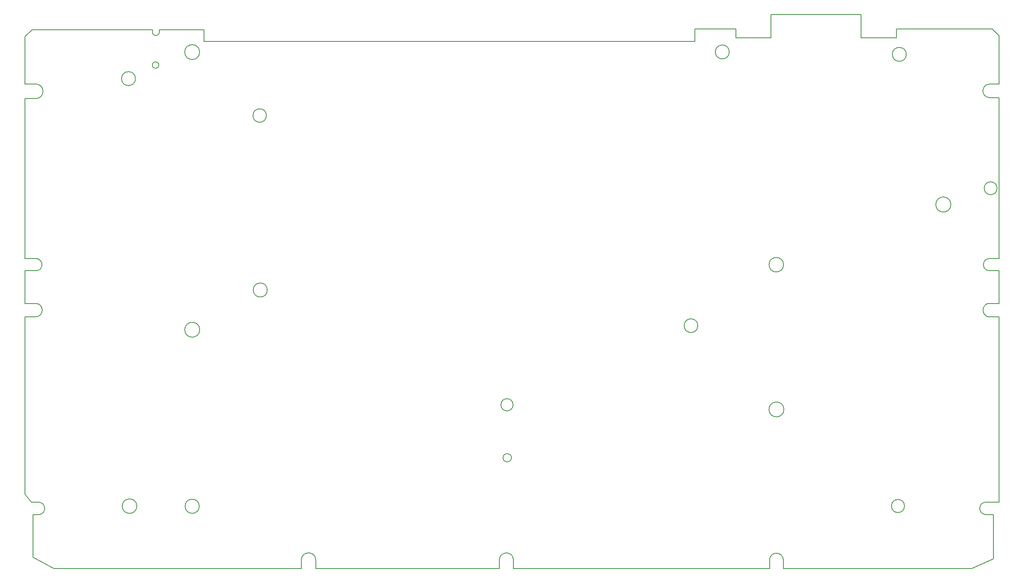
<source format=gbr>
%TF.GenerationSoftware,KiCad,Pcbnew,(5.99.0-9972-g9020611657)*%
%TF.CreationDate,2021-06-01T21:32:07-05:00*%
%TF.ProjectId,ti92revive,74693932-7265-4766-9976-652e6b696361,rev?*%
%TF.SameCoordinates,Original*%
%TF.FileFunction,Profile,NP*%
%FSLAX46Y46*%
G04 Gerber Fmt 4.6, Leading zero omitted, Abs format (unit mm)*
G04 Created by KiCad (PCBNEW (5.99.0-9972-g9020611657)) date 2021-06-01 21:32:07*
%MOMM*%
%LPD*%
G01*
G04 APERTURE LIST*
%TA.AperFunction,Profile*%
%ADD10C,0.200000*%
%TD*%
G04 APERTURE END LIST*
D10*
X89444787Y-40344488D02*
G75*
G03*
X89444787Y-40344488I-1566740J0D01*
G01*
X79511033Y-36156607D02*
X79511033Y-35679961D01*
X255606555Y-83823101D02*
X257689234Y-83823101D01*
X110846228Y-149119453D02*
X110846228Y-147163339D01*
X75949141Y-45931651D02*
G75*
G03*
X75949141Y-45931651I-1465743J0D01*
G01*
X209377281Y-147163340D02*
G75*
G02*
X212262719Y-147163339I1442719J-156660D01*
G01*
X209377282Y-149119453D02*
X209377282Y-147163339D01*
X54044910Y-135132346D02*
X55745854Y-135132346D01*
X152531859Y-149119453D02*
X152531859Y-147163339D01*
X155404122Y-114614030D02*
G75*
G03*
X155404122Y-114614030I-1278586J0D01*
G01*
X255331018Y-93260233D02*
X257689234Y-93260233D01*
X257689234Y-96090722D02*
X255331018Y-96090722D01*
X52717112Y-93260233D02*
X54959219Y-93260233D01*
X54959219Y-96090722D02*
X52717112Y-96090722D01*
X193694947Y-38057390D02*
X90332734Y-38057390D01*
X194284512Y-97951596D02*
G75*
G03*
X194284512Y-97951596I-1444014J0D01*
G01*
X200901773Y-40316777D02*
G75*
G03*
X200901773Y-40316777I-1465875J0D01*
G01*
X54421544Y-137726318D02*
X54421544Y-146763476D01*
X103685540Y-90441791D02*
G75*
G03*
X103685540Y-90441791I-1479387J0D01*
G01*
X113877101Y-149119453D02*
X152531859Y-149119453D01*
X255606555Y-47090876D02*
X257689234Y-47090876D01*
X251944476Y-149119453D02*
X256471212Y-147020908D01*
X76228335Y-135953380D02*
G75*
G03*
X76228335Y-135953380I-1526886J0D01*
G01*
X255331018Y-96090721D02*
G75*
G02*
X255331018Y-93260233I464332J1415244D01*
G01*
X257689234Y-83823101D02*
X257689234Y-49923788D01*
X54421544Y-146763476D02*
X58807415Y-149119453D01*
X257689234Y-47090876D02*
X257689234Y-36881652D01*
X212262719Y-149119453D02*
X251944476Y-149119453D01*
X254728595Y-135132346D02*
X257689234Y-135132346D01*
X257689234Y-135132346D02*
X257689234Y-96090722D01*
X52717112Y-86388986D02*
X52717112Y-93260233D01*
X52717112Y-133461221D02*
X54044910Y-135132346D01*
X113877101Y-147163339D02*
X113877101Y-149119453D01*
X238151394Y-40819986D02*
G75*
G03*
X238151394Y-40819986I-1471610J0D01*
G01*
X255606555Y-49923788D02*
G75*
G02*
X255606555Y-47090876I84190J1416456D01*
G01*
X202267532Y-37359827D02*
X202267532Y-35489194D01*
X54241741Y-35679961D02*
X52717112Y-37069415D01*
X256221918Y-35489194D02*
X236043554Y-35489194D01*
X110846229Y-147163341D02*
G75*
G02*
X113877101Y-147163339I1515436J-153169D01*
G01*
X80960981Y-35679961D02*
X80960981Y-36156607D01*
X55171351Y-86388986D02*
X52717112Y-86388986D01*
X257689234Y-93260233D02*
X257689234Y-86388986D01*
X247524355Y-72444126D02*
G75*
G03*
X247524355Y-72444126I-1585074J0D01*
G01*
X55745854Y-137726318D02*
X54421544Y-137726318D01*
X80960981Y-36156609D02*
G75*
G02*
X79511033Y-36156607I-724974J9546D01*
G01*
X89371628Y-135979552D02*
G75*
G03*
X89371628Y-135979552I-1490868J0D01*
G01*
X212262719Y-147163339D02*
X212262719Y-149119453D01*
X80864428Y-43078464D02*
G75*
G03*
X80864428Y-43078464I-688662J0D01*
G01*
X52717112Y-50122276D02*
X52717112Y-83823101D01*
X193694947Y-35489194D02*
X193694947Y-38057390D01*
X89458259Y-98810974D02*
G75*
G03*
X89458259Y-98810974I-1569908J0D01*
G01*
X257689234Y-49923788D02*
X255606555Y-49923788D01*
X90332734Y-35679961D02*
X80960981Y-35679961D01*
X52717112Y-96090722D02*
X52717112Y-133461221D01*
X58807415Y-149119453D02*
X110846228Y-149119453D01*
X155067666Y-125769149D02*
G75*
G03*
X155067666Y-125769149I-887128J0D01*
G01*
X212317255Y-85116178D02*
G75*
G03*
X212317255Y-85116178I-1525791J0D01*
G01*
X55171351Y-50122276D02*
X52717112Y-50122276D01*
X236043554Y-35489194D02*
X236043554Y-37359827D01*
X90332734Y-38057390D02*
X90332734Y-35679961D01*
X103496730Y-53701064D02*
G75*
G03*
X103496730Y-53701064I-1413441J0D01*
G01*
X257255485Y-69014106D02*
G75*
G03*
X257255485Y-69014106I-1352386J0D01*
G01*
X237773608Y-135930695D02*
G75*
G03*
X237773608Y-135930695I-1373562J0D01*
G01*
X209695877Y-32400000D02*
X209695877Y-37359827D01*
X155474869Y-149119453D02*
X209377282Y-149119453D01*
X202267532Y-35489194D02*
X193694947Y-35489194D01*
X228602730Y-37359827D02*
X228602730Y-32400000D01*
X255606555Y-86388985D02*
G75*
G02*
X255606555Y-83823101I53018J1282942D01*
G01*
X236043554Y-37359827D02*
X228602730Y-37359827D01*
X155474869Y-147163339D02*
X155474869Y-149119453D01*
X209695877Y-37359827D02*
X202267532Y-37359827D01*
X256471212Y-147020908D02*
X256471212Y-137726318D01*
X152531859Y-147163340D02*
G75*
G02*
X155474869Y-147163339I1471505J-113923D01*
G01*
X228602730Y-32400000D02*
X209695877Y-32400000D01*
X54959221Y-93260232D02*
G75*
G02*
X54959219Y-96090722I-45303J-1415245D01*
G01*
X55171351Y-47090876D02*
G75*
G02*
X55171351Y-50122276I-212132J-1515700D01*
G01*
X55171351Y-83823100D02*
G75*
G02*
X55171351Y-86388986I-197602J-1282943D01*
G01*
X79511033Y-35679961D02*
X54241741Y-35679961D01*
X257689234Y-86388986D02*
X255606555Y-86388986D01*
X212395558Y-115588816D02*
G75*
G03*
X212395558Y-115588816I-1566653J0D01*
G01*
X256471212Y-137726318D02*
X254728595Y-137726318D01*
X55745854Y-135132346D02*
G75*
G02*
X55745854Y-137726318I-211152J-1296986D01*
G01*
X52717112Y-83823101D02*
X55171351Y-83823101D01*
X257689234Y-36881652D02*
X256221918Y-35489194D01*
X52673491Y-47090876D02*
X55171351Y-47090876D01*
X254728595Y-137726318D02*
G75*
G02*
X254728595Y-135132346I192940J1296986D01*
G01*
X52717112Y-37069415D02*
X52673491Y-47090876D01*
M02*

</source>
